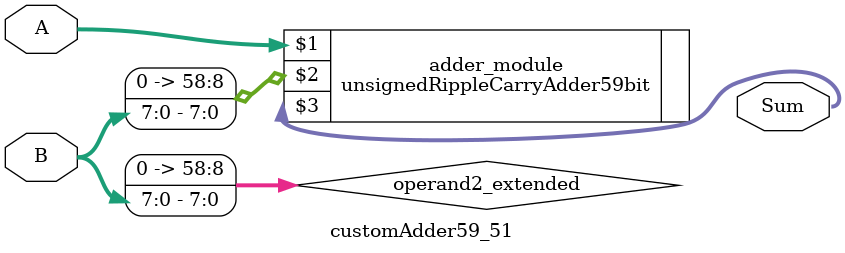
<source format=v>
module customAdder59_51(
                        input [58 : 0] A,
                        input [7 : 0] B,
                        
                        output [59 : 0] Sum
                );

        wire [58 : 0] operand2_extended;
        
        assign operand2_extended =  {51'b0, B};
        
        unsignedRippleCarryAdder59bit adder_module(
            A,
            operand2_extended,
            Sum
        );
        
        endmodule
        
</source>
